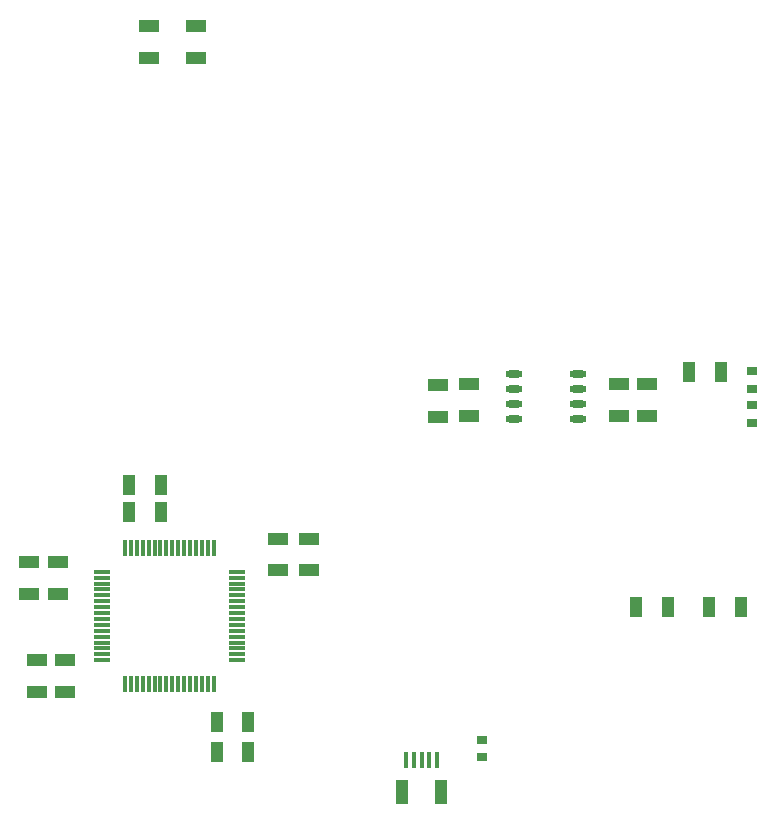
<source format=gtp>
G04*
G04 #@! TF.GenerationSoftware,Altium Limited,Altium Designer,19.1.5 (86)*
G04*
G04 Layer_Color=8421504*
%FSLAX25Y25*%
%MOIN*%
G70*
G01*
G75*
%ADD17R,0.05807X0.01181*%
%ADD18R,0.01181X0.05807*%
%ADD19O,0.05709X0.02362*%
%ADD20R,0.04331X0.06693*%
%ADD21R,0.04331X0.08268*%
%ADD22R,0.01575X0.05315*%
%ADD23R,0.03543X0.02756*%
%ADD24R,0.06693X0.04331*%
D17*
X464097Y255024D02*
D03*
Y253056D02*
D03*
Y251087D02*
D03*
Y249119D02*
D03*
Y247150D02*
D03*
Y245182D02*
D03*
Y243213D02*
D03*
Y241245D02*
D03*
Y239276D02*
D03*
Y237308D02*
D03*
Y235339D02*
D03*
Y233371D02*
D03*
Y231402D02*
D03*
Y229434D02*
D03*
Y227465D02*
D03*
Y225497D02*
D03*
X418916D02*
D03*
Y227465D02*
D03*
Y229434D02*
D03*
Y231402D02*
D03*
Y233371D02*
D03*
Y235339D02*
D03*
Y237308D02*
D03*
Y239276D02*
D03*
Y241245D02*
D03*
Y243213D02*
D03*
Y245182D02*
D03*
Y247150D02*
D03*
Y249119D02*
D03*
Y251087D02*
D03*
Y253056D02*
D03*
Y255024D02*
D03*
D18*
X456270Y217670D02*
D03*
X454302D02*
D03*
X452333D02*
D03*
X450365D02*
D03*
X448396D02*
D03*
X446428D02*
D03*
X444459D02*
D03*
X442491D02*
D03*
X440522D02*
D03*
X438554D02*
D03*
X436585D02*
D03*
X434617D02*
D03*
X432648D02*
D03*
X430680D02*
D03*
X428711D02*
D03*
X426743D02*
D03*
Y262851D02*
D03*
X428711D02*
D03*
X430680D02*
D03*
X432648D02*
D03*
X434617D02*
D03*
X436585D02*
D03*
X438554D02*
D03*
X440522D02*
D03*
X442491D02*
D03*
X444459D02*
D03*
X446428D02*
D03*
X448396D02*
D03*
X450365D02*
D03*
X452333D02*
D03*
X454302D02*
D03*
X456270D02*
D03*
D19*
X577800Y320900D02*
D03*
Y315900D02*
D03*
Y310900D02*
D03*
Y305900D02*
D03*
X556343D02*
D03*
Y310900D02*
D03*
Y315900D02*
D03*
Y320900D02*
D03*
D20*
X467885Y204820D02*
D03*
X457255D02*
D03*
X614885Y321700D02*
D03*
X625515D02*
D03*
X438599Y274776D02*
D03*
X427969D02*
D03*
X438799Y283876D02*
D03*
X428169D02*
D03*
X457255Y195076D02*
D03*
X467885D02*
D03*
X597185Y243200D02*
D03*
X607815D02*
D03*
X632115D02*
D03*
X621485D02*
D03*
D21*
X519104Y181609D02*
D03*
X532096D02*
D03*
D22*
X525600Y192239D02*
D03*
X530718D02*
D03*
X528159D02*
D03*
X523041D02*
D03*
X520482D02*
D03*
D23*
X635800Y321853D02*
D03*
Y315947D02*
D03*
X545700Y199053D02*
D03*
Y193147D02*
D03*
X635900Y310553D02*
D03*
Y304647D02*
D03*
D24*
X404484Y258371D02*
D03*
Y247741D02*
D03*
X394584Y258371D02*
D03*
Y247741D02*
D03*
X406584Y225691D02*
D03*
Y215061D02*
D03*
X397384Y225591D02*
D03*
Y214961D02*
D03*
X477784Y255430D02*
D03*
Y266060D02*
D03*
X488184Y255461D02*
D03*
Y266091D02*
D03*
X434600Y437015D02*
D03*
Y426385D02*
D03*
X450400Y437015D02*
D03*
Y426385D02*
D03*
X591500Y317700D02*
D03*
Y307070D02*
D03*
X600700Y317615D02*
D03*
Y306985D02*
D03*
X541386Y317515D02*
D03*
Y306885D02*
D03*
X531086Y317315D02*
D03*
Y306685D02*
D03*
M02*

</source>
